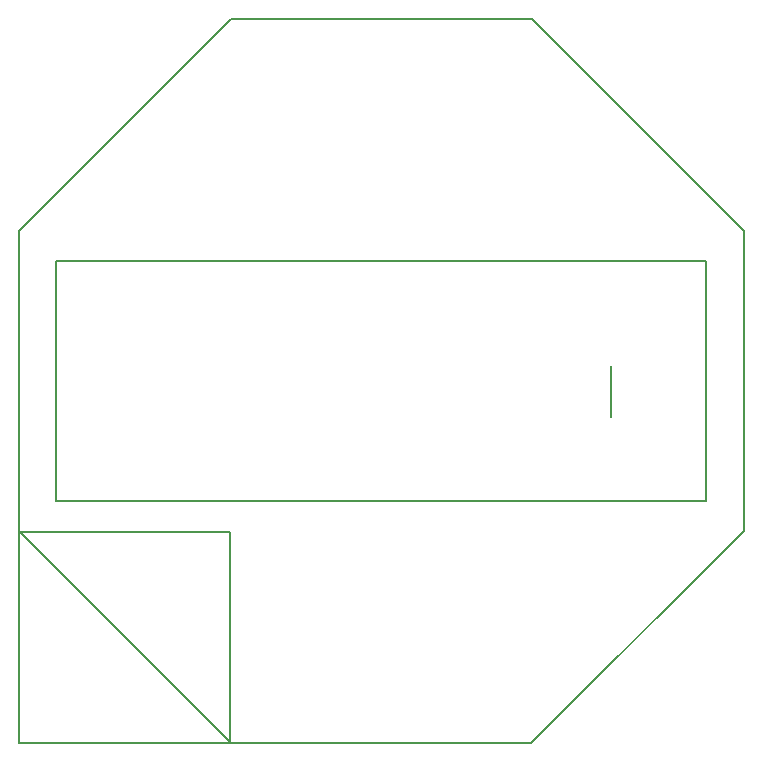
<source format=gbr>
G04 EasyPC Gerber Version 20.0.2 Build 4112 *
G04 #@! TF.Part,Single*
%FSLAX24Y24*%
%MOIN*%
%ADD10C,0.00500*%
X0Y0D02*
D02*
D10*
X35Y55D02*
X7075D01*
Y7095*
X35*
Y55*
X17115Y45D02*
X7105D01*
X35Y7115*
Y17115*
X7115Y24195*
X17125*
X24195Y17125*
Y7125*
X17115Y45*
X19755Y12615D02*
Y10905D01*
X22945Y16115D02*
X1285D01*
Y8115*
X22945*
Y16115*
X0Y0D02*
M02*

</source>
